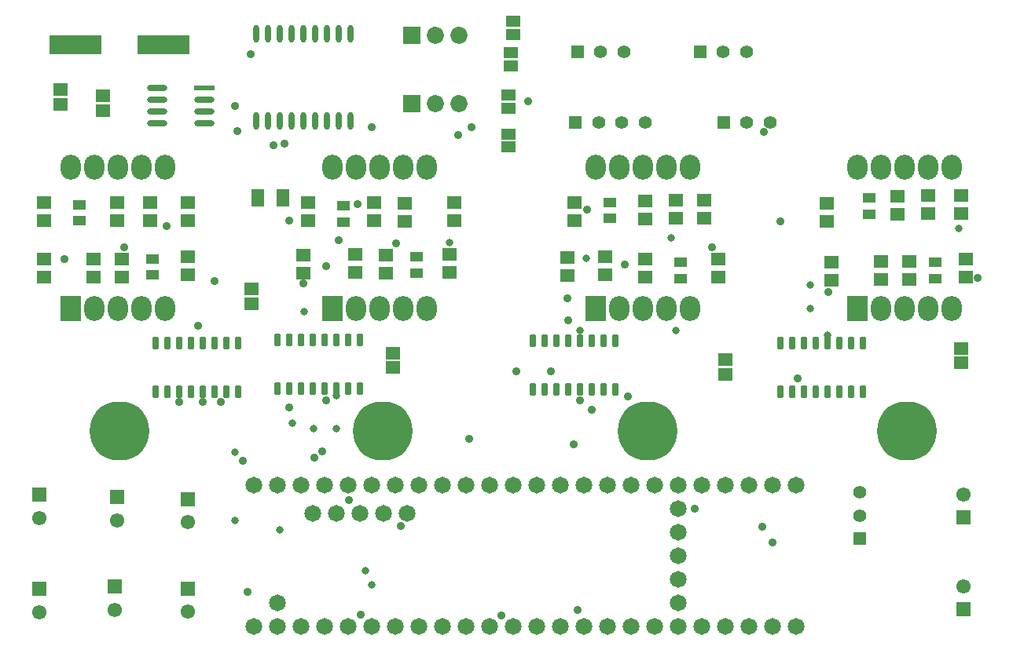
<source format=gbs>
G04*
G04 #@! TF.GenerationSoftware,Altium Limited,Altium Designer,22.10.1 (41)*
G04*
G04 Layer_Color=16711935*
%FSLAX44Y44*%
%MOMM*%
G71*
G04*
G04 #@! TF.SameCoordinates,F6FD88A5-7606-448C-B8D5-CB5F8BF09B0B*
G04*
G04*
G04 #@! TF.FilePolarity,Negative*
G04*
G01*
G75*
%ADD15C,1.4000*%
%ADD16R,1.4000X1.4000*%
%ADD17C,1.8150*%
%ADD18O,6.4770X6.3246*%
%ADD19C,0.1500*%
%ADD20R,1.5500X1.5500*%
%ADD21C,1.5500*%
%ADD22R,2.1820X2.6900*%
%ADD23O,2.1820X2.6900*%
%ADD24C,1.8500*%
%ADD25R,1.8500X1.8500*%
%ADD26R,1.4000X1.4000*%
%ADD27C,0.9120*%
%ADD28C,0.8358*%
%ADD40R,1.3621X1.0581*%
%ADD42R,1.5562X1.3549*%
G04:AMPARAMS|DCode=44|XSize=2.2044mm|YSize=0.608mm|CornerRadius=0.304mm|HoleSize=0mm|Usage=FLASHONLY|Rotation=180.000|XOffset=0mm|YOffset=0mm|HoleType=Round|Shape=RoundedRectangle|*
%AMROUNDEDRECTD44*
21,1,2.2044,0.0000,0,0,180.0*
21,1,1.5965,0.6080,0,0,180.0*
1,1,0.6080,-0.7982,0.0000*
1,1,0.6080,0.7982,0.0000*
1,1,0.6080,0.7982,0.0000*
1,1,0.6080,-0.7982,0.0000*
%
%ADD44ROUNDEDRECTD44*%
%ADD45R,2.2044X0.6080*%
G04:AMPARAMS|DCode=48|XSize=1.9mm|YSize=0.6mm|CornerRadius=0.3mm|HoleSize=0mm|Usage=FLASHONLY|Rotation=270.000|XOffset=0mm|YOffset=0mm|HoleType=Round|Shape=RoundedRectangle|*
%AMROUNDEDRECTD48*
21,1,1.9000,0.0000,0,0,270.0*
21,1,1.3000,0.6000,0,0,270.0*
1,1,0.6000,0.0000,-0.6500*
1,1,0.6000,0.0000,0.6500*
1,1,0.6000,0.0000,0.6500*
1,1,0.6000,0.0000,-0.6500*
%
%ADD48ROUNDEDRECTD48*%
G04:AMPARAMS|DCode=51|XSize=0.7mm|YSize=1.4mm|CornerRadius=0.1245mm|HoleSize=0mm|Usage=FLASHONLY|Rotation=180.000|XOffset=0mm|YOffset=0mm|HoleType=Round|Shape=RoundedRectangle|*
%AMROUNDEDRECTD51*
21,1,0.7000,1.1510,0,0,180.0*
21,1,0.4510,1.4000,0,0,180.0*
1,1,0.2490,-0.2255,0.5755*
1,1,0.2490,0.2255,0.5755*
1,1,0.2490,0.2255,-0.5755*
1,1,0.2490,-0.2255,-0.5755*
%
%ADD51ROUNDEDRECTD51*%
%ADD52R,1.6000X1.4500*%
%ADD53R,1.5000X1.2500*%
%ADD54R,1.4000X1.9500*%
%ADD55R,1.6000X1.4000*%
%ADD56R,5.6500X2.1500*%
D15*
X845820Y622300D02*
D03*
X820820D02*
D03*
X820420Y698500D02*
D03*
X795420D02*
D03*
X663340D02*
D03*
X688340D02*
D03*
X942510Y223120D02*
D03*
Y198120D02*
D03*
X661200Y622300D02*
D03*
X686200D02*
D03*
X711200D02*
D03*
D16*
X795820D02*
D03*
X770420Y698500D02*
D03*
X638340D02*
D03*
X636200Y622300D02*
D03*
D17*
X289560Y231140D02*
D03*
X314960Y78740D02*
D03*
X645160D02*
D03*
X314960Y104140D02*
D03*
Y231140D02*
D03*
X289560Y78740D02*
D03*
X340360D02*
D03*
X353060Y200640D02*
D03*
X378460D02*
D03*
X403860D02*
D03*
X429260D02*
D03*
X454660D02*
D03*
X746760Y104140D02*
D03*
Y129540D02*
D03*
Y154940D02*
D03*
Y180340D02*
D03*
Y205740D02*
D03*
X645160Y231140D02*
D03*
X670560Y78740D02*
D03*
X695960D02*
D03*
X721360D02*
D03*
X746760D02*
D03*
X772160D02*
D03*
X797560D02*
D03*
X822960D02*
D03*
X848360D02*
D03*
X873760D02*
D03*
Y231140D02*
D03*
X848360D02*
D03*
X822960D02*
D03*
X797560D02*
D03*
X772160D02*
D03*
X746760D02*
D03*
X721360D02*
D03*
X695960D02*
D03*
X670560D02*
D03*
X365760Y78740D02*
D03*
X391160D02*
D03*
X416560D02*
D03*
X441960D02*
D03*
X467360D02*
D03*
X492760D02*
D03*
X518160D02*
D03*
X543560D02*
D03*
X568960D02*
D03*
X594360D02*
D03*
X619760D02*
D03*
Y231140D02*
D03*
X594360D02*
D03*
X568960D02*
D03*
X543560D02*
D03*
X518160D02*
D03*
X492760D02*
D03*
X467360D02*
D03*
X441960D02*
D03*
X416560D02*
D03*
X391160D02*
D03*
X365760D02*
D03*
X340360D02*
D03*
D18*
X144780Y289560D02*
D03*
X428498D02*
D03*
X993140D02*
D03*
X713740D02*
D03*
D19*
X1092200Y337820D02*
D03*
X45720D02*
D03*
X43180Y698500D02*
D03*
X1092200D02*
D03*
D20*
X58420Y220580D02*
D03*
X142240Y218040D02*
D03*
X218270Y215700D02*
D03*
X58420Y118980D02*
D03*
X139700Y121520D02*
D03*
X218100Y119380D02*
D03*
X1054270Y96720D02*
D03*
Y195780D02*
D03*
D21*
X58420Y195580D02*
D03*
X142240Y193040D02*
D03*
X218270Y190700D02*
D03*
X58420Y93980D02*
D03*
X139700Y96520D02*
D03*
X218100Y94380D02*
D03*
X1054270Y121720D02*
D03*
Y220780D02*
D03*
D22*
X374142Y420878D02*
D03*
X939800D02*
D03*
X657860D02*
D03*
X92202D02*
D03*
D23*
X399542D02*
D03*
X424942D02*
D03*
X450342D02*
D03*
X475742D02*
D03*
X374142Y573278D02*
D03*
X399542D02*
D03*
X424942D02*
D03*
X450342D02*
D03*
X475742D02*
D03*
X1041400D02*
D03*
X1016000D02*
D03*
X990600D02*
D03*
X965200D02*
D03*
X939800D02*
D03*
X1041400Y420878D02*
D03*
X1016000D02*
D03*
X990600D02*
D03*
X965200D02*
D03*
X683260D02*
D03*
X708660D02*
D03*
X734060D02*
D03*
X759460D02*
D03*
X657860Y573278D02*
D03*
X683260D02*
D03*
X708660D02*
D03*
X734060D02*
D03*
X759460D02*
D03*
X117602Y420878D02*
D03*
X143002D02*
D03*
X168402D02*
D03*
X193802D02*
D03*
X92202Y573278D02*
D03*
X117602D02*
D03*
X143002D02*
D03*
X168402D02*
D03*
X193802D02*
D03*
D24*
X510540Y642620D02*
D03*
X485140D02*
D03*
X510540Y716280D02*
D03*
X485140D02*
D03*
D25*
X459740Y642620D02*
D03*
Y716280D02*
D03*
D26*
X942510Y173120D02*
D03*
D27*
X764540Y205740D02*
D03*
X416560Y617220D02*
D03*
X322580Y599440D02*
D03*
X195580Y510540D02*
D03*
X149860Y487172D02*
D03*
X85344Y474980D02*
D03*
X234950Y320548D02*
D03*
X609600Y353822D02*
D03*
X1069340Y454660D02*
D03*
X367284Y466805D02*
D03*
X367792Y322580D02*
D03*
X572008Y353568D02*
D03*
X783082Y486918D02*
D03*
X311150Y597662D02*
D03*
X363220Y267208D02*
D03*
X509778Y608076D02*
D03*
X521716Y280924D02*
D03*
X269494Y640080D02*
D03*
X584708Y644398D02*
D03*
X556260Y90170D02*
D03*
X447802Y186436D02*
D03*
X391922Y214376D02*
D03*
X254254Y320548D02*
D03*
X209550D02*
D03*
X405130Y90932D02*
D03*
X634492Y275082D02*
D03*
X638175Y96520D02*
D03*
X648208Y527812D02*
D03*
X229108Y402844D02*
D03*
X689610Y468884D02*
D03*
X628650Y408178D02*
D03*
X247650Y451104D02*
D03*
X327660Y516023D02*
D03*
Y314452D02*
D03*
X381000Y495046D02*
D03*
X401511Y533591D02*
D03*
X692404Y326644D02*
D03*
X442976Y491490D02*
D03*
X848360Y168910D02*
D03*
X355092Y260223D02*
D03*
X278130Y257302D02*
D03*
X282702Y115570D02*
D03*
X856488Y515620D02*
D03*
X875792Y345694D02*
D03*
X524002Y616515D02*
D03*
X286512Y695706D02*
D03*
X272034Y612648D02*
D03*
X838962Y611886D02*
D03*
X641350Y322580D02*
D03*
X654050Y311658D02*
D03*
X837438Y185674D02*
D03*
X342900Y448056D02*
D03*
X908812Y439166D02*
D03*
X627380Y432054D02*
D03*
D28*
X1049020Y508000D02*
D03*
X889000Y447040D02*
D03*
Y421640D02*
D03*
X908050Y392303D02*
D03*
X739140Y497840D02*
D03*
X647700Y475361D02*
D03*
X744363Y397510D02*
D03*
X641350D02*
D03*
X500380Y492760D02*
D03*
X343861Y417520D02*
D03*
X353884Y292100D02*
D03*
X330729Y297709D02*
D03*
X269240Y266700D02*
D03*
Y193040D02*
D03*
X317500Y182880D02*
D03*
X410083Y138557D02*
D03*
X416560Y123063D02*
D03*
X378460Y292100D02*
D03*
Y327660D02*
D03*
D40*
X1023620Y453510D02*
D03*
Y471050D02*
D03*
X101600Y533400D02*
D03*
Y515860D02*
D03*
X180340Y457440D02*
D03*
Y474980D02*
D03*
X673100Y535940D02*
D03*
Y518400D02*
D03*
X749300Y453510D02*
D03*
Y471050D02*
D03*
X386080Y532010D02*
D03*
Y514470D02*
D03*
X952500Y540780D02*
D03*
Y523240D02*
D03*
X464820Y459740D02*
D03*
Y477280D02*
D03*
D42*
X177800Y535537D02*
D03*
Y516023D02*
D03*
X668020Y457603D02*
D03*
Y477117D02*
D03*
X116840Y455467D02*
D03*
Y474980D02*
D03*
X906780Y535133D02*
D03*
Y515620D02*
D03*
X347980Y535537D02*
D03*
Y516023D02*
D03*
X982980Y542753D02*
D03*
Y523240D02*
D03*
X419100Y535537D02*
D03*
Y516023D02*
D03*
X911860Y452120D02*
D03*
Y471633D02*
D03*
X342900Y459740D02*
D03*
Y479253D02*
D03*
X1056640Y455063D02*
D03*
Y474577D02*
D03*
X500380Y460143D02*
D03*
Y479657D02*
D03*
X995680Y452927D02*
D03*
Y472440D02*
D03*
X431800Y459740D02*
D03*
Y479253D02*
D03*
X1051560Y543157D02*
D03*
Y523643D02*
D03*
X505460Y535537D02*
D03*
Y516023D02*
D03*
X1016000Y543157D02*
D03*
Y523643D02*
D03*
X965200Y452927D02*
D03*
Y472440D02*
D03*
X452120Y535133D02*
D03*
Y515620D02*
D03*
X398780Y460547D02*
D03*
Y480060D02*
D03*
X142240Y535940D02*
D03*
Y516427D02*
D03*
X627380Y457200D02*
D03*
Y476713D02*
D03*
X63500Y455467D02*
D03*
Y474980D02*
D03*
X789940Y455063D02*
D03*
Y474577D02*
D03*
X218440Y457603D02*
D03*
Y477117D02*
D03*
X711200Y455467D02*
D03*
Y474980D02*
D03*
X774700Y538077D02*
D03*
Y518563D02*
D03*
X218440Y535537D02*
D03*
Y516023D02*
D03*
X744220Y538077D02*
D03*
Y518563D02*
D03*
X147320Y455063D02*
D03*
Y474577D02*
D03*
X635000Y535940D02*
D03*
Y516427D02*
D03*
X63500Y535940D02*
D03*
Y516427D02*
D03*
X711200Y537673D02*
D03*
Y518160D02*
D03*
D44*
X185311Y659130D02*
D03*
Y646430D02*
D03*
Y633730D02*
D03*
Y621030D02*
D03*
X236329D02*
D03*
Y633730D02*
D03*
Y646430D02*
D03*
D45*
Y659130D02*
D03*
D48*
X292100Y623560D02*
D03*
X304800D02*
D03*
X317500D02*
D03*
X330200D02*
D03*
X342900D02*
D03*
X355600D02*
D03*
X368300D02*
D03*
X381000D02*
D03*
X393700D02*
D03*
Y717560D02*
D03*
X381000D02*
D03*
X368300D02*
D03*
X355600D02*
D03*
X342900D02*
D03*
X330200D02*
D03*
X317500D02*
D03*
X304800D02*
D03*
X292100D02*
D03*
D51*
X590550Y386930D02*
D03*
X603250D02*
D03*
X615950D02*
D03*
X628650D02*
D03*
X641350D02*
D03*
X654050D02*
D03*
X666750D02*
D03*
X679450D02*
D03*
X590550Y334430D02*
D03*
X603250D02*
D03*
X615950D02*
D03*
X628650D02*
D03*
X641350D02*
D03*
X654050D02*
D03*
X666750D02*
D03*
X679450D02*
D03*
X184150Y384390D02*
D03*
X196850D02*
D03*
X209550D02*
D03*
X222250D02*
D03*
X234950D02*
D03*
X247650D02*
D03*
X260350D02*
D03*
X273050D02*
D03*
X184150Y331890D02*
D03*
X196850D02*
D03*
X209550D02*
D03*
X222250D02*
D03*
X234950D02*
D03*
X247650D02*
D03*
X260350D02*
D03*
X273050D02*
D03*
X314960Y387780D02*
D03*
X327660D02*
D03*
X340360D02*
D03*
X353060D02*
D03*
X365760D02*
D03*
X378460D02*
D03*
X391160D02*
D03*
X403860D02*
D03*
X314960Y335280D02*
D03*
X327660D02*
D03*
X340360D02*
D03*
X353060D02*
D03*
X365760D02*
D03*
X378460D02*
D03*
X391160D02*
D03*
X403860D02*
D03*
X946150Y331890D02*
D03*
X933450D02*
D03*
X920750D02*
D03*
X908050D02*
D03*
X895350D02*
D03*
X882650D02*
D03*
X869950D02*
D03*
X857250D02*
D03*
X946150Y384390D02*
D03*
X933450D02*
D03*
X920750D02*
D03*
X908050D02*
D03*
X895350D02*
D03*
X882650D02*
D03*
X869950D02*
D03*
X857250D02*
D03*
D52*
X287020Y426340D02*
D03*
Y442340D02*
D03*
X1051560Y378460D02*
D03*
Y362460D02*
D03*
X797560Y366520D02*
D03*
Y350520D02*
D03*
X439420Y373380D02*
D03*
Y357380D02*
D03*
D53*
X566420Y697260D02*
D03*
Y683260D02*
D03*
X568960Y730900D02*
D03*
Y716900D02*
D03*
X563880Y609600D02*
D03*
Y595600D02*
D03*
Y651541D02*
D03*
Y637540D02*
D03*
D54*
X321090Y541020D02*
D03*
X293590D02*
D03*
D55*
X127000Y634370D02*
D03*
Y650870D02*
D03*
X81280Y641360D02*
D03*
Y657860D02*
D03*
D56*
X192280Y706120D02*
D03*
X97280D02*
D03*
M02*

</source>
